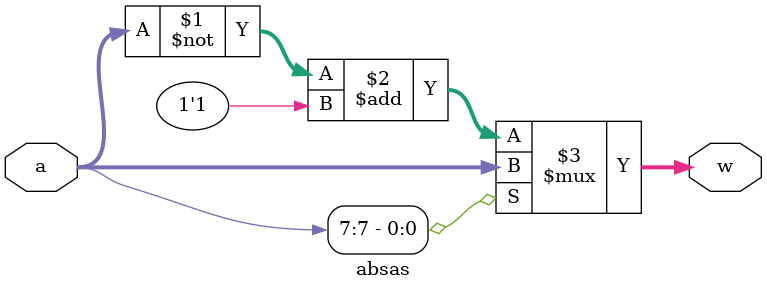
<source format=v>
`timescale 1ns/1ns
module absas(input [7:0] a, output [7:0] w);
	assign w = a[7] ? a : ~a + 1'b1;
endmodule
</source>
